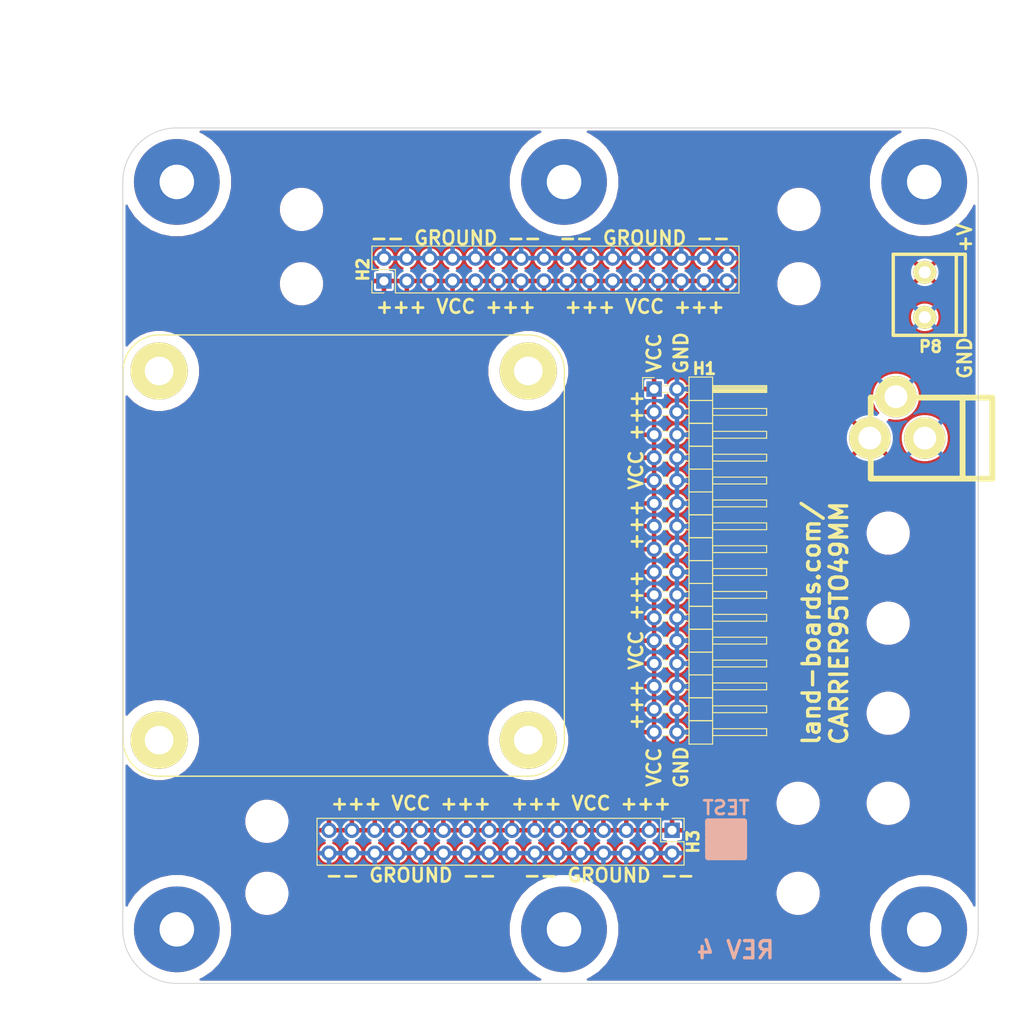
<source format=kicad_pcb>
(kicad_pcb (version 20171130) (host pcbnew "(5.1.5)-3")
  (title_block (title OptoIn8-I2C) (rev X1) (company land-boards.com))
  (layers (0 F.Cu signal) (31 B.Cu signal) (36 B.SilkS user) (37 F.SilkS user) (38 B.Mask user) (39 F.Mask user) (44 Edge.Cuts user))
  (net 0 "")
  (net 1 +5V)
  (net 2 GND)
  (module LandBoards_MountHoles:MTG-6-32 (layer F.Cu) (at 16 16)
    (fp_text reference MTG1 hide)
    (fp_text value MTG_HOLE hide)
    (pad 1 thru_hole circle (at 0 0) (size 9.525 9.525) (drill 3.8354) (layers *.Cu *.Mask) (clearance 1.27))
  )
  (module LandBoards_MountHoles:MTG-6-32 (layer F.Cu) (at 99 16)
    (fp_text reference MTG2 hide)
    (fp_text value MTG_HOLE hide)
    (pad 1 thru_hole circle (at 0 0) (size 9.525 9.525) (drill 3.8354) (layers *.Cu *.Mask) (clearance 1.27))
  )
  (module LandBoards_MountHoles:MTG-6-32 (layer F.Cu) (at 16 99)
    (fp_text reference MTG3 hide)
    (fp_text value MTG_HOLE hide)
    (pad 1 thru_hole circle (at 0 0) (size 9.525 9.525) (drill 3.8354) (layers *.Cu *.Mask) (clearance 1.27))
  )
  (module LandBoards_MountHoles:MTG-6-32 (layer F.Cu) (at 99 99)
    (fp_text reference MTG?1 hide)
    (fp_text value MTG_HOLE hide)
    (pad 1 thru_hole circle (at 0 0) (size 9.525 9.525) (drill 3.8354) (layers *.Cu *.Mask) (clearance 1.27))
  )
  (module LandBoards_BoardOutlines:BD-49X49 (layer F.Cu) (at 10.033 81.9912)
    (fp_text reference P1 hide)
    (fp_text value CONN_01X04 hide)
    (fp_line (start 4 0) (end 45 0) (layer F.SilkS) (width 0.15))
    (fp_line (start 0 -45) (end 0 -4) (layer F.SilkS) (width 0.15))
    (fp_line (start 45 -49) (end 4 -49) (layer F.SilkS) (width 0.15))
    (fp_line (start 49 -4) (end 49 -45) (layer F.SilkS) (width 0.15))
    (fp_arc (start 4 -4) (end 4 0) (angle 90) (layer F.SilkS) (width 0.15))
    (fp_arc (start 45 -4) (end 49 -4) (angle 90) (layer F.SilkS) (width 0.15))
    (fp_arc (start 45 -45) (end 45 -49) (angle 90) (layer F.SilkS) (width 0.15))
    (fp_arc (start 4 -45) (end 0 -45) (angle 90) (layer F.SilkS) (width 0.15))
    (pad 1 thru_hole circle (at 4 -45) (size 6.35 6.35) (drill 3.175) (layers *.Cu *.Mask F.SilkS) (clearance 1.27))
    (pad 2 thru_hole circle (at 45 -45) (size 6.35 6.35) (drill 3.175) (layers *.Cu *.Mask F.SilkS) (clearance 1.27))
    (pad 3 thru_hole circle (at 4 -4) (size 6.35 6.35) (drill 3.175) (layers *.Cu *.Mask F.SilkS) (clearance 1.27))
    (pad 4 thru_hole circle (at 45 -4) (size 6.35 6.35) (drill 3.175) (layers *.Cu *.Mask F.SilkS) (clearance 1.27))
  )
  (module LandBoards_Conns:TB2-5MM (layer F.Cu) (at 99.06 26.035 270)
    (fp_text reference P8 (at 8.255 -0.635) (layer F.SilkS) (effects (font (size 1.27 1.27) (thickness 0.3175))))
    (fp_text value CONN_01X02 hide)
    (fp_line (start -2 -4.5) (end -2 3.5) (layer F.SilkS) (width 0.381))
    (fp_line (start 7 -4.5) (end 7 3.5) (layer F.SilkS) (width 0.381))
    (fp_line (start -2 3.5) (end 7 3.5) (layer F.SilkS) (width 0.381))
    (fp_line (start -2 -3.5) (end 7 -3.5) (layer F.SilkS) (width 0.381))
    (fp_line (start -2 -4.5) (end 7 -4.5) (layer F.SilkS) (width 0.381))
    (pad 1 thru_hole circle (at 0 0 270) (size 2.54 2.54) (drill 1.3589) (layers *.Cu *.Mask F.SilkS) (net 1 +5V))
    (pad 2 thru_hole circle (at 5 0 270) (size 2.54 2.54) (drill 1.3589) (layers *.Cu *.Mask F.SilkS) (net 2 GND))
  )
  (module Mounting_Holes:MountingHole_4.3mm_M4 (layer F.Cu) (at 95 85)
    (fp_text reference MTG4 hide)
    (fp_text value MTG_HOLE hide)
    (pad 1 np_thru_hole circle (at 0 0) (size 4.3 4.3) (drill 4.3) (layers *.Cu *.Mask))
  )
  (module Mounting_Holes:MountingHole_4.3mm_M4 (layer F.Cu) (at 95 75)
    (fp_text reference MTG5 hide)
    (fp_text value MTG_HOLE hide)
    (pad 1 np_thru_hole circle (at 0 0) (size 4.3 4.3) (drill 4.3) (layers *.Cu *.Mask))
  )
  (module Mounting_Holes:MountingHole_4.3mm_M4 (layer F.Cu) (at 85 95)
    (fp_text reference MTG6 hide)
    (fp_text value MTG_HOLE hide)
    (pad 1 np_thru_hole circle (at 0 0) (size 4.3 4.3) (drill 4.3) (layers *.Cu *.Mask))
  )
  (module Mounting_Holes:MountingHole_4.3mm_M4 (layer F.Cu) (at 85 85)
    (fp_text reference MTG7 hide)
    (fp_text value MTG_HOLE hide)
    (pad 1 np_thru_hole circle (at 0 0) (size 4.3 4.3) (drill 4.3) (layers *.Cu *.Mask))
  )
  (module Mounting_Holes:MountingHole_4.3mm_M4 (layer F.Cu) (at 95 55)
    (fp_text reference MTG8 hide)
    (fp_text value MTG_HOLE hide)
    (pad 1 np_thru_hole circle (at 0 0) (size 4.3 4.3) (drill 4.3) (layers *.Cu *.Mask))
  )
  (module Mounting_Holes:MountingHole_4.3mm_M4 (layer F.Cu) (at 95 65)
    (fp_text reference MTG9 hide)
    (fp_text value MTG_HOLE hide)
    (pad 1 np_thru_hole circle (at 0 0) (size 4.3 4.3) (drill 4.3) (layers *.Cu *.Mask))
  )
  (module Mounting_Holes:MountingHole_4.3mm_M4 (layer F.Cu) (at 85.09 19.05)
    (fp_text reference MTG10 hide)
    (fp_text value MTG_HOLE hide)
    (pad 1 np_thru_hole circle (at 0 0) (size 4.3 4.3) (drill 4.3) (layers *.Cu *.Mask))
  )
  (module Mounting_Holes:MountingHole_4.3mm_M4 (layer F.Cu) (at 85.09 27.305)
    (fp_text reference MTG11 hide)
    (fp_text value MTG_HOLE hide)
    (pad 1 np_thru_hole circle (at 0 0) (size 4.3 4.3) (drill 4.3) (layers *.Cu *.Mask))
  )
  (module LandBoards_Conns:DCJ-NEW (layer F.Cu) (at 99.06 44.45 180)
    (fp_text reference J1 hide)
    (fp_text value DCJ0202 hide)
    (fp_line (start -4.2 4.5) (end -4.2 -4.5) (layer F.SilkS) (width 0.65))
    (fp_line (start -7.5 -4.5) (end -7.5 4.5) (layer F.SilkS) (width 0.65))
    (fp_line (start -7.5 -4.5) (end 6 -4.5) (layer F.SilkS) (width 0.65))
    (fp_line (start 6 -4.5) (end 6 4.5) (layer F.SilkS) (width 0.65))
    (fp_line (start -7.5 4.5) (end 6 4.5) (layer F.SilkS) (width 0.65))
    (pad 2 thru_hole circle (at 0 0 180) (size 4.6 4.6) (drill 2.54) (layers *.Cu *.Mask F.SilkS) (net 2 GND))
    (pad 1 thru_hole circle (at 6.1 0 180) (size 4.6 4.6) (drill 2.54) (layers *.Cu *.Mask F.SilkS) (net 1 +5V))
    (pad 3 thru_hole circle (at 3.2 4.6 180) (size 4.6 4.6) (drill 2.54) (layers *.Cu *.Mask F.SilkS) (net 2 GND))
  )
  (module Mounting_Holes:MountingHole_4.3mm_M4 (layer F.Cu) (at 26 95)
    (fp_text reference MTG12 hide)
    (fp_text value MTG_HOLE hide)
    (pad 1 np_thru_hole circle (at 0 0) (size 4.3 4.3) (drill 4.3) (layers *.Cu *.Mask))
  )
  (module Mounting_Holes:MountingHole_4.3mm_M4 (layer F.Cu) (at 26 87)
    (fp_text reference MTG13 hide)
    (fp_text value MTG_HOLE hide)
    (pad 1 np_thru_hole circle (at 0 0) (size 4.3 4.3) (drill 4.3) (layers *.Cu *.Mask))
  )
  (module Mounting_Holes:MountingHole_4.3mm_M4 (layer F.Cu) (at 29.845 19.05)
    (fp_text reference MTG14 hide)
    (fp_text value MTG_HOLE hide)
    (pad 1 np_thru_hole circle (at 0 0) (size 4.3 4.3) (drill 4.3) (layers *.Cu *.Mask))
  )
  (module Mounting_Holes:MountingHole_4.3mm_M4 (layer F.Cu) (at 29.845 27.305)
    (fp_text reference MTG15 hide)
    (fp_text value MTG_HOLE hide)
    (pad 1 np_thru_hole circle (at 0 0) (size 4.3 4.3) (drill 4.3) (layers *.Cu *.Mask))
  )
  (module LandBoards_MountHoles:MTG-6-32 (layer F.Cu) (at 69 99)
    (fp_text reference MTG16 hide)
    (fp_text value MTG_HOLE hide)
    (pad 1 thru_hole circle (at -10 0) (size 9.525 9.525) (drill 3.8354) (layers *.Cu *.Mask) (clearance 1.27))
  )
  (module LandBoards_MountHoles:MTG-6-32 (layer F.Cu) (at 69 16)
    (fp_text reference MTG17 hide)
    (fp_text value MTG_HOLE hide)
    (pad 1 thru_hole circle (at -10 0) (size 9.525 9.525) (drill 3.8354) (layers *.Cu *.Mask) (clearance 1.27))
  )
  (module Pin_Headers:Pin_Header_Angled_2x16_Pitch2.54mm (layer F.Cu) (at 69 39)
    (fp_text reference H1 (at 5.585 -2.27) (layer F.SilkS) (effects (font (size 1.27 1.27) (thickness 0.3175))))
    (fp_text value CONN_02X16 hide)
    (fp_line (start 3.88 -1.33) (end 3.88 1.27) (layer F.SilkS) (width 0.12))
    (fp_line (start 3.88 1.27) (end 6.5 1.27) (layer F.SilkS) (width 0.12))
    (fp_line (start 6.5 1.27) (end 6.5 -1.33) (layer F.SilkS) (width 0.12))
    (fp_line (start 6.5 -1.33) (end 3.88 -1.33) (layer F.SilkS) (width 0.12))
    (fp_line (start 6.5 -0.38) (end 6.5 0.38) (layer F.SilkS) (width 0.12))
    (fp_line (start 6.5 0.38) (end 12.5 0.38) (layer F.SilkS) (width 0.12))
    (fp_line (start 12.5 0.38) (end 12.5 -0.38) (layer F.SilkS) (width 0.12))
    (fp_line (start 12.5 -0.38) (end 6.5 -0.38) (layer F.SilkS) (width 0.12))
    (fp_line (start 3.45 -0.38) (end 3.88 -0.38) (layer F.SilkS) (width 0.12))
    (fp_line (start 3.45 0.38) (end 3.88 0.38) (layer F.SilkS) (width 0.12))
    (fp_line (start 0.91 -0.38) (end 1.63 -0.38) (layer F.SilkS) (width 0.12))
    (fp_line (start 0.91 0.38) (end 1.63 0.38) (layer F.SilkS) (width 0.12))
    (fp_line (start 6.5 -0.26) (end 12.5 -0.26) (layer F.SilkS) (width 0.12))
    (fp_line (start 6.5 -0.14) (end 12.5 -0.14) (layer F.SilkS) (width 0.12))
    (fp_line (start 6.5 -0.02) (end 12.5 -0.02) (layer F.SilkS) (width 0.12))
    (fp_line (start 6.5 0.1) (end 12.5 0.1) (layer F.SilkS) (width 0.12))
    (fp_line (start 6.5 0.22) (end 12.5 0.22) (layer F.SilkS) (width 0.12))
    (fp_line (start 6.5 0.34) (end 12.5 0.34) (layer F.SilkS) (width 0.12))
    (fp_line (start 3.88 1.27) (end 3.88 3.81) (layer F.SilkS) (width 0.12))
    (fp_line (start 3.88 3.81) (end 6.5 3.81) (layer F.SilkS) (width 0.12))
    (fp_line (start 6.5 3.81) (end 6.5 1.27) (layer F.SilkS) (width 0.12))
    (fp_line (start 6.5 1.27) (end 3.88 1.27) (layer F.SilkS) (width 0.12))
    (fp_line (start 6.5 2.16) (end 6.5 2.92) (layer F.SilkS) (width 0.12))
    (fp_line (start 6.5 2.92) (end 12.5 2.92) (layer F.SilkS) (width 0.12))
    (fp_line (start 12.5 2.92) (end 12.5 2.16) (layer F.SilkS) (width 0.12))
    (fp_line (start 12.5 2.16) (end 6.5 2.16) (layer F.SilkS) (width 0.12))
    (fp_line (start 3.45 2.16) (end 3.88 2.16) (layer F.SilkS) (width 0.12))
    (fp_line (start 3.45 2.92) (end 3.88 2.92) (layer F.SilkS) (width 0.12))
    (fp_line (start 0.91 2.16) (end 1.63 2.16) (layer F.SilkS) (width 0.12))
    (fp_line (start 0.91 2.92) (end 1.63 2.92) (layer F.SilkS) (width 0.12))
    (fp_line (start 3.88 3.81) (end 3.88 6.35) (layer F.SilkS) (width 0.12))
    (fp_line (start 3.88 6.35) (end 6.5 6.35) (layer F.SilkS) (width 0.12))
    (fp_line (start 6.5 6.35) (end 6.5 3.81) (layer F.SilkS) (width 0.12))
    (fp_line (start 6.5 3.81) (end 3.88 3.81) (layer F.SilkS) (width 0.12))
    (fp_line (start 6.5 4.7) (end 6.5 5.46) (layer F.SilkS) (width 0.12))
    (fp_line (start 6.5 5.46) (end 12.5 5.46) (layer F.SilkS) (width 0.12))
    (fp_line (start 12.5 5.46) (end 12.5 4.7) (layer F.SilkS) (width 0.12))
    (fp_line (start 12.5 4.7) (end 6.5 4.7) (layer F.SilkS) (width 0.12))
    (fp_line (start 3.45 4.7) (end 3.88 4.7) (layer F.SilkS) (width 0.12))
    (fp_line (start 3.45 5.46) (end 3.88 5.46) (layer F.SilkS) (width 0.12))
    (fp_line (start 0.91 4.7) (end 1.63 4.7) (layer F.SilkS) (width 0.12))
    (fp_line (start 0.91 5.46) (end 1.63 5.46) (layer F.SilkS) (width 0.12))
    (fp_line (start 3.88 6.35) (end 3.88 8.89) (layer F.SilkS) (width 0.12))
    (fp_line (start 3.88 8.89) (end 6.5 8.89) (layer F.SilkS) (width 0.12))
    (fp_line (start 6.5 8.89) (end 6.5 6.35) (layer F.SilkS) (width 0.12))
    (fp_line (start 6.5 6.35) (end 3.88 6.35) (layer F.SilkS) (width 0.12))
    (fp_line (start 6.5 7.24) (end 6.5 8) (layer F.SilkS) (width 0.12))
    (fp_line (start 6.5 8) (end 12.5 8) (layer F.SilkS) (width 0.12))
    (fp_line (start 12.5 8) (end 12.5 7.24) (layer F.SilkS) (width 0.12))
    (fp_line (start 12.5 7.24) (end 6.5 7.24) (layer F.SilkS) (width 0.12))
    (fp_line (start 3.45 7.24) (end 3.88 7.24) (layer F.SilkS) (width 0.12))
    (fp_line (start 3.45 8) (end 3.88 8) (layer F.SilkS) (width 0.12))
    (fp_line (start 0.91 7.24) (end 1.63 7.24) (layer F.SilkS) (width 0.12))
    (fp_line (start 0.91 8) (end 1.63 8) (layer F.SilkS) (width 0.12))
    (fp_line (start 3.88 8.89) (end 3.88 11.43) (layer F.SilkS) (width 0.12))
    (fp_line (start 3.88 11.43) (end 6.5 11.43) (layer F.SilkS) (width 0.12))
    (fp_line (start 6.5 11.43) (end 6.5 8.89) (layer F.SilkS) (width 0.12))
    (fp_line (start 6.5 8.89) (end 3.88 8.89) (layer F.SilkS) (width 0.12))
    (fp_line (start 6.5 9.78) (end 6.5 10.54) (layer F.SilkS) (width 0.12))
    (fp_line (start 6.5 10.54) (end 12.5 10.54) (layer F.SilkS) (width 0.12))
    (fp_line (start 12.5 10.54) (end 12.5 9.78) (layer F.SilkS) (width 0.12))
    (fp_line (start 12.5 9.78) (end 6.5 9.78) (layer F.SilkS) (width 0.12))
    (fp_line (start 3.45 9.78) (end 3.88 9.78) (layer F.SilkS) (width 0.12))
    (fp_line (start 3.45 10.54) (end 3.88 10.54) (layer F.SilkS) (width 0.12))
    (fp_line (start 0.91 9.78) (end 1.63 9.78) (layer F.SilkS) (width 0.12))
    (fp_line (start 0.91 10.54) (end 1.63 10.54) (layer F.SilkS) (width 0.12))
    (fp_line (start 3.88 11.43) (end 3.88 13.97) (layer F.SilkS) (width 0.12))
    (fp_line (start 3.88 13.97) (end 6.5 13.97) (layer F.SilkS) (width 0.12))
    (fp_line (start 6.5 13.97) (end 6.5 11.43) (layer F.SilkS) (width 0.12))
    (fp_line (start 6.5 11.43) (end 3.88 11.43) (layer F.SilkS) (width 0.12))
    (fp_line (start 6.5 12.32) (end 6.5 13.08) (layer F.SilkS) (width 0.12))
    (fp_line (start 6.5 13.08) (end 12.5 13.08) (layer F.SilkS) (width 0.12))
    (fp_line (start 12.5 13.08) (end 12.5 12.32) (layer F.SilkS) (width 0.12))
    (fp_line (start 12.5 12.32) (end 6.5 12.32) (layer F.SilkS) (width 0.12))
    (fp_line (start 3.45 12.32) (end 3.88 12.32) (layer F.SilkS) (width 0.12))
    (fp_line (start 3.45 13.08) (end 3.88 13.08) (layer F.SilkS) (width 0.12))
    (fp_line (start 0.91 12.32) (end 1.63 12.32) (layer F.SilkS) (width 0.12))
    (fp_line (start 0.91 13.08) (end 1.63 13.08) (layer F.SilkS) (width 0.12))
    (fp_line (start 3.88 13.97) (end 3.88 16.51) (layer F.SilkS) (width 0.12))
    (fp_line (start 3.88 16.51) (end 6.5 16.51) (layer F.SilkS) (width 0.12))
    (fp_line (start 6.5 16.51) (end 6.5 13.97) (layer F.SilkS) (width 0.12))
    (fp_line (start 6.5 13.97) (end 3.88 13.97) (layer F.SilkS) (width 0.12))
    (fp_line (start 6.5 14.86) (end 6.5 15.62) (layer F.SilkS) (width 0.12))
    (fp_line (start 6.5 15.62) (end 12.5 15.62) (layer F.SilkS) (width 0.12))
    (fp_line (start 12.5 15.62) (end 12.5 14.86) (layer F.SilkS) (width 0.12))
    (fp_line (start 12.5 14.86) (end 6.5 14.86) (layer F.SilkS) (width 0.12))
    (fp_line (start 3.45 14.86) (end 3.88 14.86) (layer F.SilkS) (width 0.12))
    (fp_line (start 3.45 15.62) (end 3.88 15.62) (layer F.SilkS) (width 0.12))
    (fp_line (start 0.91 14.86) (end 1.63 14.86) (layer F.SilkS) (width 0.12))
    (fp_line (start 0.91 15.62) (end 1.63 15.62) (layer F.SilkS) (width 0.12))
    (fp_line (start 3.88 16.51) (end 3.88 19.05) (layer F.SilkS) (width 0.12))
    (fp_line (start 3.88 19.05) (end 6.5 19.05) (layer F.SilkS) (width 0.12))
    (fp_line (start 6.5 19.05) (end 6.5 16.51) (layer F.SilkS) (width 0.12))
    (fp_line (start 6.5 16.51) (end 3.88 16.51) (layer F.SilkS) (width 0.12))
    (fp_line (start 6.5 17.4) (end 6.5 18.16) (layer F.SilkS) (width 0.12))
    (fp_line (start 6.5 18.16) (end 12.5 18.16) (layer F.SilkS) (width 0.12))
    (fp_line (start 12.5 18.16) (end 12.5 17.4) (layer F.SilkS) (width 0.12))
    (fp_line (start 12.5 17.4) (end 6.5 17.4) (layer F.SilkS) (width 0.12))
    (fp_line (start 3.45 17.4) (end 3.88 17.4) (layer F.SilkS) (width 0.12))
    (fp_line (start 3.45 18.16) (end 3.88 18.16) (layer F.SilkS) (width 0.12))
    (fp_line (start 0.91 17.4) (end 1.63 17.4) (layer F.SilkS) (width 0.12))
    (fp_line (start 0.91 18.16) (end 1.63 18.16) (layer F.SilkS) (width 0.12))
    (fp_line (start 3.88 19.05) (end 3.88 21.59) (layer F.SilkS) (width 0.12))
    (fp_line (start 3.88 21.59) (end 6.5 21.59) (layer F.SilkS) (width 0.12))
    (fp_line (start 6.5 21.59) (end 6.5 19.05) (layer F.SilkS) (width 0.12))
    (fp_line (start 6.5 19.05) (end 3.88 19.05) (layer F.SilkS) (width 0.12))
    (fp_line (start 6.5 19.94) (end 6.5 20.7) (layer F.SilkS) (width 0.12))
    (fp_line (start 6.5 20.7) (end 12.5 20.7) (layer F.SilkS) (width 0.12))
    (fp_line (start 12.5 20.7) (end 12.5 19.94) (layer F.SilkS) (width 0.12))
    (fp_line (start 12.5 19.94) (end 6.5 19.94) (layer F.SilkS) (width 0.12))
    (fp_line (start 3.45 19.94) (end 3.88 19.94) (layer F.SilkS) (width 0.12))
    (fp_line (start 3.45 20.7) (end 3.88 20.7) (layer F.SilkS) (width 0.12))
    (fp_line (start 0.91 19.94) (end 1.63 19.94) (layer F.SilkS) (width 0.12))
    (fp_line (start 0.91 20.7) (end 1.63 20.7) (layer F.SilkS) (width 0.12))
    (fp_line (start 3.88 21.59) (end 3.88 24.13) (layer F.SilkS) (width 0.12))
    (fp_line (start 3.88 24.13) (end 6.5 24.13) (layer F.SilkS) (width 0.12))
    (fp_line (start 6.5 24.13) (end 6.5 21.59) (layer F.SilkS) (width 0.12))
    (fp_line (start 6.5 21.59) (end 3.88 21.59) (layer F.SilkS) (width 0.12))
    (fp_line (start 6.5 22.48) (end 6.5 23.24) (layer F.SilkS) (width 0.12))
    (fp_line (start 6.5 23.24) (end 12.5 23.24) (layer F.SilkS) (width 0.12))
    (fp_line (start 12.5 23.24) (end 12.5 22.48) (layer F.SilkS) (width 0.12))
    (fp_line (start 12.5 22.48) (end 6.5 22.48) (layer F.SilkS) (width 0.12))
    (fp_line (start 3.45 22.48) (end 3.88 22.48) (layer F.SilkS) (width 0.12))
    (fp_line (start 3.45 23.24) (end 3.88 23.24) (layer F.SilkS) (width 0.12))
    (fp_line (start 0.91 22.48) (end 1.63 22.48) (layer F.SilkS) (width 0.12))
    (fp_line (start 0.91 23.24) (end 1.63 23.24) (layer F.SilkS) (width 0.12))
    (fp_line (start 3.88 24.13) (end 3.88 26.67) (layer F.SilkS) (width 0.12))
    (fp_line (start 3.88 26.67) (end 6.5 26.67) (layer F.SilkS) (width 0.12))
    (fp_line (start 6.5 26.67) (end 6.5 24.13) (layer F.SilkS) (width 0.12))
    (fp_line (start 6.5 24.13) (end 3.88 24.13) (layer F.SilkS) (width 0.12))
    (fp_line (start 6.5 25.02) (end 6.5 25.78) (layer F.SilkS) (width 0.12))
    (fp_line (start 6.5 25.78) (end 12.5 25.78) (layer F.SilkS) (width 0.12))
    (fp_line (start 12.5 25.78) (end 12.5 25.02) (layer F.SilkS) (width 0.12))
    (fp_line (start 12.5 25.02) (end 6.5 25.02) (layer F.SilkS) (width 0.12))
    (fp_line (start 3.45 25.02) (end 3.88 25.02) (layer F.SilkS) (width 0.12))
    (fp_line (start 3.45 25.78) (end 3.88 25.78) (layer F.SilkS) (width 0.12))
    (fp_line (start 0.91 25.02) (end 1.63 25.02) (layer F.SilkS) (width 0.12))
    (fp_line (start 0.91 25.78) (end 1.63 25.78) (layer F.SilkS) (width 0.12))
    (fp_line (start 3.88 26.67) (end 3.88 29.21) (layer F.SilkS) (width 0.12))
    (fp_line (start 3.88 29.21) (end 6.5 29.21) (layer F.SilkS) (width 0.12))
    (fp_line (start 6.5 29.21) (end 6.5 26.67) (layer F.SilkS) (width 0.12))
    (fp_line (start 6.5 26.67) (end 3.88 26.67) (layer F.SilkS) (width 0.12))
    (fp_line (start 6.5 27.56) (end 6.5 28.32) (layer F.SilkS) (width 0.12))
    (fp_line (start 6.5 28.32) (end 12.5 28.32) (layer F.SilkS) (width 0.12))
    (fp_line (start 12.5 28.32) (end 12.5 27.56) (layer F.SilkS) (width 0.12))
    (fp_line (start 12.5 27.56) (end 6.5 27.56) (layer F.SilkS) (width 0.12))
    (fp_line (start 3.45 27.56) (end 3.88 27.56) (layer F.SilkS) (width 0.12))
    (fp_line (start 3.45 28.32) (end 3.88 28.32) (layer F.SilkS) (width 0.12))
    (fp_line (start 0.91 27.56) (end 1.63 27.56) (layer F.SilkS) (width 0.12))
    (fp_line (start 0.91 28.32) (end 1.63 28.32) (layer F.SilkS) (width 0.12))
    (fp_line (start 3.88 29.21) (end 3.88 31.75) (layer F.SilkS) (width 0.12))
    (fp_line (start 3.88 31.75) (end 6.5 31.75) (layer F.SilkS) (width 0.12))
    (fp_line (start 6.5 31.75) (end 6.5 29.21) (layer F.SilkS) (width 0.12))
    (fp_line (start 6.5 29.21) (end 3.88 29.21) (layer F.SilkS) (width 0.12))
    (fp_line (start 6.5 30.1) (end 6.5 30.86) (layer F.SilkS) (width 0.12))
    (fp_line (start 6.5 30.86) (end 12.5 30.86) (layer F.SilkS) (width 0.12))
    (fp_line (start 12.5 30.86) (end 12.5 30.1) (layer F.SilkS) (width 0.12))
    (fp_line (start 12.5 30.1) (end 6.5 30.1) (layer F.SilkS) (width 0.12))
    (fp_line (start 3.45 30.1) (end 3.88 30.1) (layer F.SilkS) (width 0.12))
    (fp_line (start 3.45 30.86) (end 3.88 30.86) (layer F.SilkS) (width 0.12))
    (fp_line (start 0.91 30.1) (end 1.63 30.1) (layer F.SilkS) (width 0.12))
    (fp_line (start 0.91 30.86) (end 1.63 30.86) (layer F.SilkS) (width 0.12))
    (fp_line (start 3.88 31.75) (end 3.88 34.29) (layer F.SilkS) (width 0.12))
    (fp_line (start 3.88 34.29) (end 6.5 34.29) (layer F.SilkS) (width 0.12))
    (fp_line (start 6.5 34.29) (end 6.5 31.75) (layer F.SilkS) (width 0.12))
    (fp_line (start 6.5 31.75) (end 3.88 31.75) (layer F.SilkS) (width 0.12))
    (fp_line (start 6.5 32.64) (end 6.5 33.4) (layer F.SilkS) (width 0.12))
    (fp_line (start 6.5 33.4) (end 12.5 33.4) (layer F.SilkS) (width 0.12))
    (fp_line (start 12.5 33.4) (end 12.5 32.64) (layer F.SilkS) (width 0.12))
    (fp_line (start 12.5 32.64) (end 6.5 32.64) (layer F.SilkS) (width 0.12))
    (fp_line (start 3.45 32.64) (end 3.88 32.64) (layer F.SilkS) (width 0.12))
    (fp_line (start 3.45 33.4) (end 3.88 33.4) (layer F.SilkS) (width 0.12))
    (fp_line (start 0.91 32.64) (end 1.63 32.64) (layer F.SilkS) (width 0.12))
    (fp_line (start 0.91 33.4) (end 1.63 33.4) (layer F.SilkS) (width 0.12))
    (fp_line (start 3.88 34.29) (end 3.88 36.83) (layer F.SilkS) (width 0.12))
    (fp_line (start 3.88 36.83) (end 6.5 36.83) (layer F.SilkS) (width 0.12))
    (fp_line (start 6.5 36.83) (end 6.5 34.29) (layer F.SilkS) (width 0.12))
    (fp_line (start 6.5 34.29) (end 3.88 34.29) (layer F.SilkS) (width 0.12))
    (fp_line (start 6.5 35.18) (end 6.5 35.94) (layer F.SilkS) (width 0.12))
    (fp_line (start 6.5 35.94) (end 12.5 35.94) (layer F.SilkS) (width 0.12))
    (fp_line (start 12.5 35.94) (end 12.5 35.18) (layer F.SilkS) (width 0.12))
    (fp_line (start 12.5 35.18) (end 6.5 35.18) (layer F.SilkS) (width 0.12))
    (fp_line (start 3.45 35.18) (end 3.88 35.18) (layer F.SilkS) (width 0.12))
    (fp_line (start 3.45 35.94) (end 3.88 35.94) (layer F.SilkS) (width 0.12))
    (fp_line (start 0.91 35.18) (end 1.63 35.18) (layer F.SilkS) (width 0.12))
    (fp_line (start 0.91 35.94) (end 1.63 35.94) (layer F.SilkS) (width 0.12))
    (fp_line (start 3.88 36.83) (end 3.88 39.43) (layer F.SilkS) (width 0.12))
    (fp_line (start 3.88 39.43) (end 6.5 39.43) (layer F.SilkS) (width 0.12))
    (fp_line (start 6.5 39.43) (end 6.5 36.83) (layer F.SilkS) (width 0.12))
    (fp_line (start 6.5 36.83) (end 3.88 36.83) (layer F.SilkS) (width 0.12))
    (fp_line (start 6.5 37.72) (end 6.5 38.48) (layer F.SilkS) (width 0.12))
    (fp_line (start 6.5 38.48) (end 12.5 38.48) (layer F.SilkS) (width 0.12))
    (fp_line (start 12.5 38.48) (end 12.5 37.72) (layer F.SilkS) (width 0.12))
    (fp_line (start 12.5 37.72) (end 6.5 37.72) (layer F.SilkS) (width 0.12))
    (fp_line (start 3.45 37.72) (end 3.88 37.72) (layer F.SilkS) (width 0.12))
    (fp_line (start 3.45 38.48) (end 3.88 38.48) (layer F.SilkS) (width 0.12))
    (fp_line (start 0.91 37.72) (end 1.63 37.72) (layer F.SilkS) (width 0.12))
    (fp_line (start 0.91 38.48) (end 1.63 38.48) (layer F.SilkS) (width 0.12))
    (fp_line (start -1.27 0) (end -1.27 -1.27) (layer F.SilkS) (width 0.12))
    (fp_line (start -1.27 -1.27) (end 0 -1.27) (layer F.SilkS) (width 0.12))
    (pad 1 thru_hole rect (at 0 0) (size 1.7 1.7) (drill 1) (layers *.Cu *.Mask) (net 1 +5V))
    (pad 2 thru_hole oval (at 2.54 0) (size 1.7 1.7) (drill 1) (layers *.Cu *.Mask) (net 2 GND))
    (pad 3 thru_hole oval (at 0 2.54) (size 1.7 1.7) (drill 1) (layers *.Cu *.Mask) (net 1 +5V))
    (pad 4 thru_hole oval (at 2.54 2.54) (size 1.7 1.7) (drill 1) (layers *.Cu *.Mask) (net 2 GND))
    (pad 5 thru_hole oval (at 0 5.08) (size 1.7 1.7) (drill 1) (layers *.Cu *.Mask) (net 1 +5V))
    (pad 6 thru_hole oval (at 2.54 5.08) (size 1.7 1.7) (drill 1) (layers *.Cu *.Mask) (net 2 GND))
    (pad 7 thru_hole oval (at 0 7.62) (size 1.7 1.7) (drill 1) (layers *.Cu *.Mask) (net 1 +5V))
    (pad 8 thru_hole oval (at 2.54 7.62) (size 1.7 1.7) (drill 1) (layers *.Cu *.Mask) (net 2 GND))
    (pad 9 thru_hole oval (at 0 10.16) (size 1.7 1.7) (drill 1) (layers *.Cu *.Mask) (net 1 +5V))
    (pad 10 thru_hole oval (at 2.54 10.16) (size 1.7 1.7) (drill 1) (layers *.Cu *.Mask) (net 2 GND))
    (pad 11 thru_hole oval (at 0 12.7) (size 1.7 1.7) (drill 1) (layers *.Cu *.Mask) (net 1 +5V))
    (pad 12 thru_hole oval (at 2.54 12.7) (size 1.7 1.7) (drill 1) (layers *.Cu *.Mask) (net 2 GND))
    (pad 13 thru_hole oval (at 0 15.24) (size 1.7 1.7) (drill 1) (layers *.Cu *.Mask) (net 1 +5V))
    (pad 14 thru_hole oval (at 2.54 15.24) (size 1.7 1.7) (drill 1) (layers *.Cu *.Mask) (net 2 GND))
    (pad 15 thru_hole oval (at 0 17.78) (size 1.7 1.7) (drill 1) (layers *.Cu *.Mask) (net 1 +5V))
    (pad 16 thru_hole oval (at 2.54 17.78) (size 1.7 1.7) (drill 1) (layers *.Cu *.Mask) (net 2 GND))
    (pad 17 thru_hole oval (at 0 20.32) (size 1.7 1.7) (drill 1) (layers *.Cu *.Mask) (net 1 +5V))
    (pad 18 thru_hole oval (at 2.54 20.32) (size 1.7 1.7) (drill 1) (layers *.Cu *.Mask) (net 2 GND))
    (pad 19 thru_hole oval (at 0 22.86) (size 1.7 1.7) (drill 1) (layers *.Cu *.Mask) (net 1 +5V))
    (pad 20 thru_hole oval (at 2.54 22.86) (size 1.7 1.7) (drill 1) (layers *.Cu *.Mask) (net 2 GND))
    (pad 21 thru_hole oval (at 0 25.4) (size 1.7 1.7) (drill 1) (layers *.Cu *.Mask) (net 1 +5V))
    (pad 22 thru_hole oval (at 2.54 25.4) (size 1.7 1.7) (drill 1) (layers *.Cu *.Mask) (net 2 GND))
    (pad 23 thru_hole oval (at 0 27.94) (size 1.7 1.7) (drill 1) (layers *.Cu *.Mask) (net 1 +5V))
    (pad 24 thru_hole oval (at 2.54 27.94) (size 1.7 1.7) (drill 1) (layers *.Cu *.Mask) (net 2 GND))
    (pad 25 thru_hole oval (at 0 30.48) (size 1.7 1.7) (drill 1) (layers *.Cu *.Mask) (net 1 +5V))
    (pad 26 thru_hole oval (at 2.54 30.48) (size 1.7 1.7) (drill 1) (layers *.Cu *.Mask) (net 2 GND))
    (pad 27 thru_hole oval (at 0 33.02) (size 1.7 1.7) (drill 1) (layers *.Cu *.Mask) (net 1 +5V))
    (pad 28 thru_hole oval (at 2.54 33.02) (size 1.7 1.7) (drill 1) (layers *.Cu *.Mask) (net 2 GND))
    (pad 29 thru_hole oval (at 0 35.56) (size 1.7 1.7) (drill 1) (layers *.Cu *.Mask) (net 1 +5V))
    (pad 30 thru_hole oval (at 2.54 35.56) (size 1.7 1.7) (drill 1) (layers *.Cu *.Mask) (net 2 GND))
    (pad 31 thru_hole oval (at 0 38.1) (size 1.7 1.7) (drill 1) (layers *.Cu *.Mask) (net 1 +5V))
    (pad 32 thru_hole oval (at 2.54 38.1) (size 1.7 1.7) (drill 1) (layers *.Cu *.Mask) (net 2 GND))
  )
  (module Pin_Headers:Pin_Header_Straight_2x16_Pitch2.54mm (layer F.Cu) (at 39 27 90)
    (fp_text reference H2 (at 1.27 -2.33 90) (layer F.SilkS) (effects (font (size 1.27 1.27) (thickness 0.3175))))
    (fp_text value CONN_02X16 hide)
    (fp_line (start -1.33 1.27) (end -1.33 39.43) (layer F.SilkS) (width 0.12))
    (fp_line (start -1.33 39.43) (end 3.87 39.43) (layer F.SilkS) (width 0.12))
    (fp_line (start 3.87 39.43) (end 3.87 -1.33) (layer F.SilkS) (width 0.12))
    (fp_line (start 3.87 -1.33) (end 1.27 -1.33) (layer F.SilkS) (width 0.12))
    (fp_line (start 1.27 -1.33) (end 1.27 1.27) (layer F.SilkS) (width 0.12))
    (fp_line (start 1.27 1.27) (end -1.33 1.27) (layer F.SilkS) (width 0.12))
    (fp_line (start -1.33 0) (end -1.33 -1.33) (layer F.SilkS) (width 0.12))
    (fp_line (start -1.33 -1.33) (end 0 -1.33) (layer F.SilkS) (width 0.12))
    (pad 1 thru_hole rect (at 0 0 90) (size 1.7 1.7) (drill 1) (layers *.Cu *.Mask) (net 1 +5V))
    (pad 2 thru_hole oval (at 2.54 0 90) (size 1.7 1.7) (drill 1) (layers *.Cu *.Mask) (net 2 GND))
    (pad 3 thru_hole oval (at 0 2.54 90) (size 1.7 1.7) (drill 1) (layers *.Cu *.Mask) (net 1 +5V))
    (pad 4 thru_hole oval (at 2.54 2.54 90) (size 1.7 1.7) (drill 1) (layers *.Cu *.Mask) (net 2 GND))
    (pad 5 thru_hole oval (at 0 5.08 90) (size 1.7 1.7) (drill 1) (layers *.Cu *.Mask) (net 1 +5V))
    (pad 6 thru_hole oval (at 2.54 5.08 90) (size 1.7 1.7) (drill 1) (layers *.Cu *.Mask) (net 2 GND))
    (pad 7 thru_hole oval (at 0 7.62 90) (size 1.7 1.7) (drill 1) (layers *.Cu *.Mask) (net 1 +5V))
    (pad 8 thru_hole oval (at 2.54 7.62 90) (size 1.7 1.7) (drill 1) (layers *.Cu *.Mask) (net 2 GND))
    (pad 9 thru_hole oval (at 0 10.16 90) (size 1.7 1.7) (drill 1) (layers *.Cu *.Mask) (net 1 +5V))
    (pad 10 thru_hole oval (at 2.54 10.16 90) (size 1.7 1.7) (drill 1) (layers *.Cu *.Mask) (net 2 GND))
    (pad 11 thru_hole oval (at 0 12.7 90) (size 1.7 1.7) (drill 1) (layers *.Cu *.Mask) (net 1 +5V))
    (pad 12 thru_hole oval (at 2.54 12.7 90) (size 1.7 1.7) (drill 1) (layers *.Cu *.Mask) (net 2 GND))
    (pad 13 thru_hole oval (at 0 15.24 90) (size 1.7 1.7) (drill 1) (layers *.Cu *.Mask) (net 1 +5V))
    (pad 14 thru_hole oval (at 2.54 15.24 90) (size 1.7 1.7) (drill 1) (layers *.Cu *.Mask) (net 2 GND))
    (pad 15 thru_hole oval (at 0 17.78 90) (size 1.7 1.7) (drill 1) (layers *.Cu *.Mask) (net 1 +5V))
    (pad 16 thru_hole oval (at 2.54 17.78 90) (size 1.7 1.7) (drill 1) (layers *.Cu *.Mask) (net 2 GND))
    (pad 17 thru_hole oval (at 0 20.32 90) (size 1.7 1.7) (drill 1) (layers *.Cu *.Mask) (net 1 +5V))
    (pad 18 thru_hole oval (at 2.54 20.32 90) (size 1.7 1.7) (drill 1) (layers *.Cu *.Mask) (net 2 GND))
    (pad 19 thru_hole oval (at 0 22.86 90) (size 1.7 1.7) (drill 1) (layers *.Cu *.Mask) (net 1 +5V))
    (pad 20 thru_hole oval (at 2.54 22.86 90) (size 1.7 1.7) (drill 1) (layers *.Cu *.Mask) (net 2 GND))
    (pad 21 thru_hole oval (at 0 25.4 90) (size 1.7 1.7) (drill 1) (layers *.Cu *.Mask) (net 1 +5V))
    (pad 22 thru_hole oval (at 2.54 25.4 90) (size 1.7 1.7) (drill 1) (layers *.Cu *.Mask) (net 2 GND))
    (pad 23 thru_hole oval (at 0 27.94 90) (size 1.7 1.7) (drill 1) (layers *.Cu *.Mask) (net 1 +5V))
    (pad 24 thru_hole oval (at 2.54 27.94 90) (size 1.7 1.7) (drill 1) (layers *.Cu *.Mask) (net 2 GND))
    (pad 25 thru_hole oval (at 0 30.48 90) (size 1.7 1.7) (drill 1) (layers *.Cu *.Mask) (net 1 +5V))
    (pad 26 thru_hole oval (at 2.54 30.48 90) (size 1.7 1.7) (drill 1) (layers *.Cu *.Mask) (net 2 GND))
    (pad 27 thru_hole oval (at 0 33.02 90) (size 1.7 1.7) (drill 1) (layers *.Cu *.Mask) (net 1 +5V))
    (pad 28 thru_hole oval (at 2.54 33.02 90) (size 1.7 1.7) (drill 1) (layers *.Cu *.Mask) (net 2 GND))
    (pad 29 thru_hole oval (at 0 35.56 90) (size 1.7 1.7) (drill 1) (layers *.Cu *.Mask) (net 1 +5V))
    (pad 30 thru_hole oval (at 2.54 35.56 90) (size 1.7 1.7) (drill 1) (layers *.Cu *.Mask) (net 2 GND))
    (pad 31 thru_hole oval (at 0 38.1 90) (size 1.7 1.7) (drill 1) (layers *.Cu *.Mask) (net 1 +5V))
    (pad 32 thru_hole oval (at 2.54 38.1 90) (size 1.7 1.7) (drill 1) (layers *.Cu *.Mask) (net 2 GND))
  )
  (module Pin_Headers:Pin_Header_Straight_2x16_Pitch2.54mm (layer F.Cu) (at 71 88 270)
    (fp_text reference H3 (at 1.27 -2.33 270) (layer F.SilkS) (effects (font (size 1.27 1.27) (thickness 0.3175))))
    (fp_text value CONN_02X16 hide)
    (fp_line (start -1.33 1.27) (end -1.33 39.43) (layer F.SilkS) (width 0.12))
    (fp_line (start -1.33 39.43) (end 3.87 39.43) (layer F.SilkS) (width 0.12))
    (fp_line (start 3.87 39.43) (end 3.87 -1.33) (layer F.SilkS) (width 0.12))
    (fp_line (start 3.87 -1.33) (end 1.27 -1.33) (layer F.SilkS) (width 0.12))
    (fp_line (start 1.27 -1.33) (end 1.27 1.27) (layer F.SilkS) (width 0.12))
    (fp_line (start 1.27 1.27) (end -1.33 1.27) (layer F.SilkS) (width 0.12))
    (fp_line (start -1.33 0) (end -1.33 -1.33) (layer F.SilkS) (width 0.12))
    (fp_line (start -1.33 -1.33) (end 0 -1.33) (layer F.SilkS) (width 0.12))
    (pad 1 thru_hole rect (at 0 0 270) (size 1.7 1.7) (drill 1) (layers *.Cu *.Mask) (net 1 +5V))
    (pad 2 thru_hole oval (at 2.54 0 270) (size 1.7 1.7) (drill 1) (layers *.Cu *.Mask) (net 2 GND))
    (pad 3 thru_hole oval (at 0 2.54 270) (size 1.7 1.7) (drill 1) (layers *.Cu *.Mask) (net 1 +5V))
    (pad 4 thru_hole oval (at 2.54 2.54 270) (size 1.7 1.7) (drill 1) (layers *.Cu *.Mask) (net 2 GND))
    (pad 5 thru_hole oval (at 0 5.08 270) (size 1.7 1.7) (drill 1) (layers *.Cu *.Mask) (net 1 +5V))
    (pad 6 thru_hole oval (at 2.54 5.08 270) (size 1.7 1.7) (drill 1) (layers *.Cu *.Mask) (net 2 GND))
    (pad 7 thru_hole oval (at 0 7.62 270) (size 1.7 1.7) (drill 1) (layers *.Cu *.Mask) (net 1 +5V))
    (pad 8 thru_hole oval (at 2.54 7.62 270) (size 1.7 1.7) (drill 1) (layers *.Cu *.Mask) (net 2 GND))
    (pad 9 thru_hole oval (at 0 10.16 270) (size 1.7 1.7) (drill 1) (layers *.Cu *.Mask) (net 1 +5V))
    (pad 10 thru_hole oval (at 2.54 10.16 270) (size 1.7 1.7) (drill 1) (layers *.Cu *.Mask) (net 2 GND))
    (pad 11 thru_hole oval (at 0 12.7 270) (size 1.7 1.7) (drill 1) (layers *.Cu *.Mask) (net 1 +5V))
    (pad 12 thru_hole oval (at 2.54 12.7 270) (size 1.7 1.7) (drill 1) (layers *.Cu *.Mask) (net 2 GND))
    (pad 13 thru_hole oval (at 0 15.24 270) (size 1.7 1.7) (drill 1) (layers *.Cu *.Mask) (net 1 +5V))
    (pad 14 thru_hole oval (at 2.54 15.24 270) (size 1.7 1.7) (drill 1) (layers *.Cu *.Mask) (net 2 GND))
    (pad 15 thru_hole oval (at 0 17.78 270) (size 1.7 1.7) (drill 1) (layers *.Cu *.Mask) (net 1 +5V))
    (pad 16 thru_hole oval (at 2.54 17.78 270) (size 1.7 1.7) (drill 1) (layers *.Cu *.Mask) (net 2 GND))
    (pad 17 thru_hole oval (at 0 20.32 270) (size 1.7 1.7) (drill 1) (layers *.Cu *.Mask) (net 1 +5V))
    (pad 18 thru_hole oval (at 2.54 20.32 270) (size 1.7 1.7) (drill 1) (layers *.Cu *.Mask) (net 2 GND))
    (pad 19 thru_hole oval (at 0 22.86 270) (size 1.7 1.7) (drill 1) (layers *.Cu *.Mask) (net 1 +5V))
    (pad 20 thru_hole oval (at 2.54 22.86 270) (size 1.7 1.7) (drill 1) (layers *.Cu *.Mask) (net 2 GND))
    (pad 21 thru_hole oval (at 0 25.4 270) (size 1.7 1.7) (drill 1) (layers *.Cu *.Mask) (net 1 +5V))
    (pad 22 thru_hole oval (at 2.54 25.4 270) (size 1.7 1.7) (drill 1) (layers *.Cu *.Mask) (net 2 GND))
    (pad 23 thru_hole oval (at 0 27.94 270) (size 1.7 1.7) (drill 1) (layers *.Cu *.Mask) (net 1 +5V))
    (pad 24 thru_hole oval (at 2.54 27.94 270) (size 1.7 1.7) (drill 1) (layers *.Cu *.Mask) (net 2 GND))
    (pad 25 thru_hole oval (at 0 30.48 270) (size 1.7 1.7) (drill 1) (layers *.Cu *.Mask) (net 1 +5V))
    (pad 26 thru_hole oval (at 2.54 30.48 270) (size 1.7 1.7) (drill 1) (layers *.Cu *.Mask) (net 2 GND))
    (pad 27 thru_hole oval (at 0 33.02 270) (size 1.7 1.7) (drill 1) (layers *.Cu *.Mask) (net 1 +5V))
    (pad 28 thru_hole oval (at 2.54 33.02 270) (size 1.7 1.7) (drill 1) (layers *.Cu *.Mask) (net 2 GND))
    (pad 29 thru_hole oval (at 0 35.56 270) (size 1.7 1.7) (drill 1) (layers *.Cu *.Mask) (net 1 +5V))
    (pad 30 thru_hole oval (at 2.54 35.56 270) (size 1.7 1.7) (drill 1) (layers *.Cu *.Mask) (net 2 GND))
    (pad 31 thru_hole oval (at 0 38.1 270) (size 1.7 1.7) (drill 1) (layers *.Cu *.Mask) (net 1 +5V))
    (pad 32 thru_hole oval (at 2.54 38.1 270) (size 1.7 1.7) (drill 1) (layers *.Cu *.Mask) (net 2 GND))
  )
  (module LandBoards_Marking:TEST_BLK-REAR (layer F.Cu) (at 77 89)
    (fp_text reference TEST (at 0 -3.5) (layer B.SilkS) (effects (font (size 1.524 1.524) (thickness 0.3048)) (justify mirror)))
    (fp_text value COUPON hide)
    (fp_line (start -2 -2) (end 2 -2) (layer B.SilkS) (width 0.65))
    (fp_line (start 2 -2) (end 2 2) (layer B.SilkS) (width 0.65))
    (fp_line (start 2 2) (end -2 2) (layer B.SilkS) (width 0.65))
    (fp_line (start -2 2) (end -2 -2) (layer B.SilkS) (width 0.65))
    (fp_line (start -2 -2) (end -2 -1.5) (layer B.SilkS) (width 0.65))
    (fp_line (start -2 -1.5) (end 2 -1.5) (layer B.SilkS) (width 0.65))
    (fp_line (start 2 -1.5) (end 2 -1) (layer B.SilkS) (width 0.65))
    (fp_line (start 2 -1) (end -2 -1) (layer B.SilkS) (width 0.65))
    (fp_line (start -2 -1) (end -2 -0.5) (layer B.SilkS) (width 0.65))
    (fp_line (start -2 -0.5) (end 2 -0.5) (layer B.SilkS) (width 0.65))
    (fp_line (start 2 -0.5) (end 2 0) (layer B.SilkS) (width 0.65))
    (fp_line (start 2 0) (end -2 0) (layer B.SilkS) (width 0.65))
    (fp_line (start -2 0) (end -2 0.5) (layer B.SilkS) (width 0.65))
    (fp_line (start -2 0.5) (end 1.5 0.5) (layer B.SilkS) (width 0.65))
    (fp_line (start 1.5 0.5) (end 2 0.5) (layer B.SilkS) (width 0.65))
    (fp_line (start 2 0.5) (end 2 1) (layer B.SilkS) (width 0.65))
    (fp_line (start 2 1) (end -2 1) (layer B.SilkS) (width 0.65))
    (fp_line (start -2 1) (end -2 1.5) (layer B.SilkS) (width 0.65))
    (fp_line (start -2 1.5) (end 2 1.5) (layer B.SilkS) (width 0.65))
  )
  (gr_text GND (at 72 81 90) (layer F.SilkS) (effects (font (size 1.5 1.5) (thickness 0.3))))
  (gr_text VCC (at 69 81 90) (layer F.SilkS) (effects (font (size 1.5 1.5) (thickness 0.3))))
  (gr_text VCC (at 69 35 90) (layer F.SilkS) (effects (font (size 1.5 1.5) (thickness 0.3))))
  (gr_text GND (at 72 35 90) (layer F.SilkS) (effects (font (size 1.5 1.5) (thickness 0.3))))
  (gr_text GND (at 103.505 35.56 90) (layer F.SilkS) (effects (font (size 1.5 1.5) (thickness 0.3))))
  (gr_text +V (at 103.505 22.225 90) (layer F.SilkS) (effects (font (size 1.5 1.5) (thickness 0.3))))
  (gr_text "+++ VCC +++" (at 67 68 90) (layer F.SilkS) (effects (font (size 1.5 1.5) (thickness 0.3))))
  (gr_text "+++ VCC +++" (at 67 48 90) (layer F.SilkS) (effects (font (size 1.5 1.5) (thickness 0.3))))
  (gr_text "+++ VCC +++" (at 67.945 29.845) (layer F.SilkS) (effects (font (size 1.5 1.5) (thickness 0.3))))
  (gr_text "+++ VCC +++" (at 46.99 29.845) (layer F.SilkS) (effects (font (size 1.5 1.5) (thickness 0.3))))
  (gr_text "+++ VCC +++" (at 62 85) (layer F.SilkS) (effects (font (size 1.5 1.5) (thickness 0.3))))
  (gr_text "+++ VCC +++" (at 42 85) (layer F.SilkS) (effects (font (size 1.5 1.5) (thickness 0.3))))
  (gr_text "-- GROUND --" (at 64 93) (layer F.SilkS) (effects (font (size 1.5 1.5) (thickness 0.3))))
  (gr_text "-- GROUND --" (at 42 93) (layer F.SilkS) (effects (font (size 1.5 1.5) (thickness 0.3))))
  (gr_text "-- GROUND --" (at 67.945 22.225) (layer F.SilkS) (effects (font (size 1.5 1.5) (thickness 0.3))))
  (gr_text "-- GROUND --" (at 46.99 22.225) (layer F.SilkS) (effects (font (size 1.5 1.5) (thickness 0.3))))
  (gr_text "REV 4" (at 78.0542 101.2952) (layer B.SilkS) (effects (font (size 1.905 1.905) (thickness 0.381)) (justify mirror)))
  (gr_line (start 10 99) (end 10 16) (angle 90) (layer Edge.Cuts) (width 0.1))
  (gr_line (start 99 105) (end 16 105) (angle 90) (layer Edge.Cuts) (width 0.1))
  (gr_line (start 105 16) (end 105 99) (angle 90) (layer Edge.Cuts) (width 0.1))
  (gr_line (start 16 10) (end 99 10) (angle 90) (layer Edge.Cuts) (width 0.1))
  (gr_arc (start 16 99) (end 16 105) (angle 90) (layer Edge.Cuts) (width 0.1))
  (gr_arc (start 99 99) (end 105 99) (angle 90) (layer Edge.Cuts) (width 0.1))
  (gr_arc (start 99 16) (end 99 10) (angle 90) (layer Edge.Cuts) (width 0.1))
  (gr_arc (start 16 16) (end 10 16) (angle 90) (layer Edge.Cuts) (width 0.1))
  (gr_text "land-boards.com/\nCARRIER95TO49MM" (at 88 65 90) (layer F.SilkS) (effects (font (size 1.905 1.905) (thickness 0.381))))
  (zone (net 1) (net_name +5V) (layer F.Cu) (connect_pads (clearance 0.254)) (min_thickness 0.254) (fill yes (arc_segments 16) (thermal_gap 0.508) (thermal_bridge_width 0.508))
    (polygon (pts (xy 16 10) (xy 99 10) (xy 105 16) (xy 105 99) (xy 99 105) (xy 16 105) (xy 10 97) (xy 10 15)))
  )
  (zone (net 2) (net_name GND) (layer B.Cu) (connect_pads (clearance 0.254)) (min_thickness 0.254) (fill yes (arc_segments 16) (thermal_gap 0.508) (thermal_bridge_width 0.508))
    (polygon (pts (xy 99 10) (xy 105 16) (xy 105 99) (xy 99 105) (xy 16 105) (xy 10 97) (xy 10 16) (xy 16 10) (xy 89 10)))
  )
)
</source>
